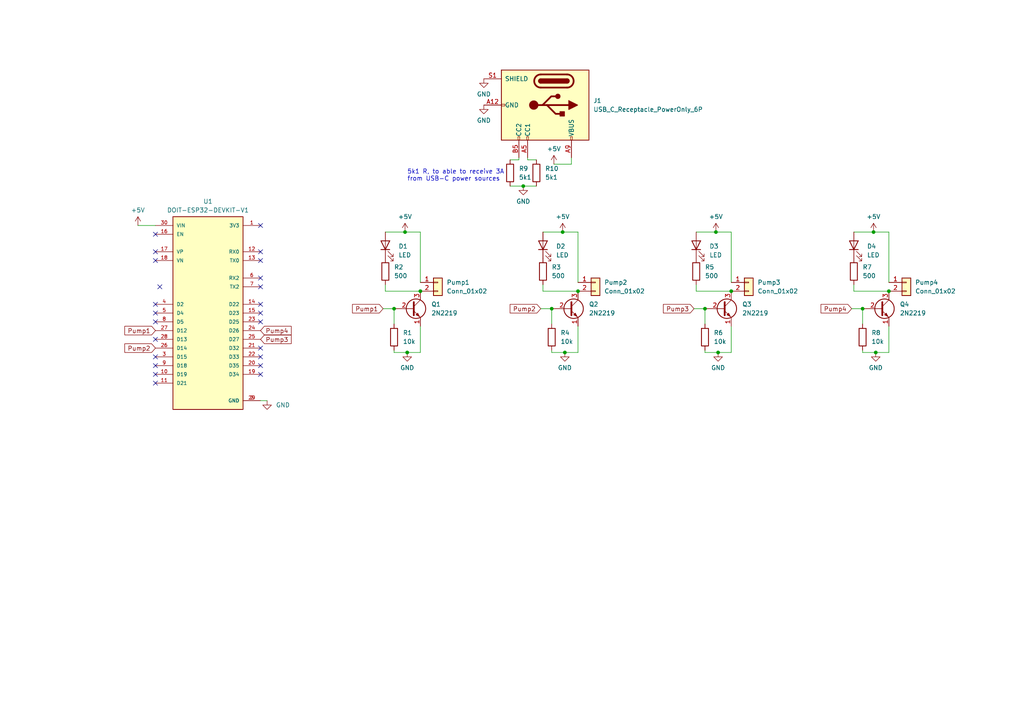
<source format=kicad_sch>
(kicad_sch (version 20230121) (generator eeschema)
  (paper "A4")
  (lib_symbols
    (symbol "Connector:USB_C_Receptacle_PowerOnly_6P" (pin_names (offset 1.016))
      (property "Reference" "J" (at 0 16.51 0))
      (property "Value" "USB_C_Receptacle_PowerOnly_6P" (at 0 13.97 0))
      (symbol "USB_C_Receptacle_PowerOnly_6P_0_0"
        (rectangle (start -0.254 -12.7) (end 0.254 -11.684))
        (rectangle (start 10.16 -7.366) (end 9.144 -7.874))
        (rectangle (start 10.16 -4.826) (end 9.144 -5.334))
        (rectangle (start 10.16 7.874) (end 9.144 7.366))
      )
      (symbol "USB_C_Receptacle_PowerOnly_6P_0_1"
        (rectangle (start -10.16 12.7) (end 10.16 -12.7) (stroke (width 0.254)) (fill (type background)))
        (arc (start -8.89 -1.27) (mid -6.985 -3.1667) (end -5.08 -1.27) (stroke (width 0.508)))
        (arc (start -7.62 -1.27) (mid -6.985 -1.9023) (end -6.35 -1.27) (stroke (width 0.254)))
        (arc (start -7.62 -1.27) (mid -6.985 -1.9023) (end -6.35 -1.27) (stroke (width 0.254)) (fill (type outline)))
        (rectangle (start -7.62 -1.27) (end -6.35 6.35) (stroke (width 0.254)) (fill (type outline)))
        (arc (start -6.35 6.35) (mid -6.985 6.9823) (end -7.62 6.35) (stroke (width 0.254)))
        (arc (start -6.35 6.35) (mid -6.985 6.9823) (end -7.62 6.35) (stroke (width 0.254)) (fill (type outline)))
        (arc (start -5.08 6.35) (mid -6.985 8.2467) (end -8.89 6.35) (stroke (width 0.508)))
        (circle (center -2.54 3.683) (radius 0.635) (stroke (width 0.254)) (fill (type outline)))
        (circle (center 0 -3.302) (radius 1.27) (fill (type outline)))
        (polyline (pts (xy -8.89 -1.27) (xy -8.89 6.35)) (stroke (width 0.508)))
        (polyline (pts (xy -5.08 6.35) (xy -5.08 -1.27)) (stroke (width 0.508)))
        (polyline (pts (xy 0 -3.302) (xy 0 6.858)) (stroke (width 0.508)))
        (polyline (pts (xy 0 -0.762) (xy -2.54 1.778) (xy -2.54 3.048)) (stroke (width 0.508)))
        (polyline (pts (xy 0 0.508) (xy 2.54 3.048) (xy 2.54 4.318)) (stroke (width 0.508)))
        (polyline (pts (xy -1.27 6.858) (xy 0 9.398) (xy 1.27 6.858) (xy -1.27 6.858)) (stroke (width 0.254)) (fill (type outline)))
        (rectangle (start 1.905 4.318) (end 3.175 5.588) (stroke (width 0.254)) (fill (type outline)))
      )
      (symbol "USB_C_Receptacle_PowerOnly_6P_1_1"
        (pin passive line (at 0 -17.78 90) (length 5.08) (name "GND") (number "A12"))
        (pin bidirectional line (at 15.24 -5.08 180) (length 5.08) (name "CC1") (number "A5"))
        (pin passive line (at 15.24 7.62 180) (length 5.08) (name "VBUS") (number "A9"))
        (pin passive line (at 0 -17.78 90) (length 5.08) hide (name "GND") (number "B12"))
        (pin bidirectional line (at 15.24 -7.62 180) (length 5.08) (name "CC2") (number "B5"))
        (pin passive line (at 15.24 7.62 180) (length 5.08) hide (name "VBUS") (number "B9"))
        (pin passive line (at -7.62 -17.78 90) (length 5.08) (name "SHIELD") (number "S1"))
      )
    )
    (symbol "Connector_Generic:Conn_01x02" (pin_names (offset 1.016) hide)
      (property "Reference" "J" (at 0 2.54 0))
      (property "Value" "Conn_01x02" (at 0 -5.08 0))
      (symbol "Conn_01x02_1_1"
        (rectangle (start -1.27 -2.413) (end 0 -2.667) (stroke (width 0.1524)))
        (rectangle (start -1.27 0.127) (end 0 -0.127) (stroke (width 0.1524)))
        (rectangle (start -1.27 1.27) (end 1.27 -3.81) (stroke (width 0.254)) (fill (type background)))
        (pin passive line (at -5.08 0 0) (length 3.81) (name "Pin_1") (number "1"))
        (pin passive line (at -5.08 -2.54 0) (length 3.81) (name "Pin_2") (number "2"))
      )
    )
    (symbol "Device:LED" (pin_numbers hide) (pin_names (offset 1.016) hide)
      (property "Reference" "D" (at 0 2.54 0))
      (property "Value" "LED" (at 0 -2.54 0))
      (symbol "LED_0_1"
        (polyline (pts (xy -1.27 -1.27) (xy -1.27 1.27)) (stroke (width 0.254)))
        (polyline (pts (xy -1.27 0) (xy 1.27 0)))
        (polyline (pts (xy 1.27 -1.27) (xy 1.27 1.27) (xy -1.27 0) (xy 1.27 -1.27)) (stroke (width 0.254)))
        (polyline (pts (xy -3.048 -0.762) (xy -4.572 -2.286) (xy -3.81 -2.286) (xy -4.572 -2.286) (xy -4.572 -1.524)))
        (polyline (pts (xy -1.778 -0.762) (xy -3.302 -2.286) (xy -2.54 -2.286) (xy -3.302 -2.286) (xy -3.302 -1.524)))
      )
      (symbol "LED_1_1"
        (pin passive line (at -3.81 0 0) (length 2.54) (name "K") (number "1"))
        (pin passive line (at 3.81 0 180) (length 2.54) (name "A") (number "2"))
      )
    )
    (symbol "Device:R" (pin_numbers hide) (pin_names (offset 0))
      (property "Reference" "R" (at 2.032 0 90))
      (property "Value" "R" (at 0 0 90))
      (symbol "R_0_1"
        (rectangle (start -1.016 -2.54) (end 1.016 2.54) (stroke (width 0.254)))
      )
      (symbol "R_1_1"
        (pin passive line (at 0 3.81 270) (length 1.27) (name "~") (number "1"))
        (pin passive line (at 0 -3.81 90) (length 1.27) (name "~") (number "2"))
      )
    )
    (symbol "ESP32-DEVKIT-V1:ESP32-DEVKIT-V1" (pin_names (offset 1.016))
      (property "Reference" "U" (at -10.16 30.48 0))
      (property "Value" "ESP32-DEVKIT-V1" (at -10.16 -30.48 0))
      (symbol "ESP32-DEVKIT-V1_0_0"
        (rectangle (start -10.16 -27.94) (end 10.16 27.94) (stroke (width 0.254)) (fill (type background)))
        (pin output line (at 15.24 25.4 180) (length 5.08) (name "3V3") (number "1"))
        (pin bidirectional line (at -15.24 -17.78 0) (length 5.08) (name "D19") (number "10"))
        (pin bidirectional line (at -15.24 -20.32 0) (length 5.08) (name "D21") (number "11"))
        (pin input line (at 15.24 17.78 180) (length 5.08) (name "RX0") (number "12"))
        (pin output line (at 15.24 15.24 180) (length 5.08) (name "TX0") (number "13"))
        (pin bidirectional line (at 15.24 2.54 180) (length 5.08) (name "D22") (number "14"))
        (pin bidirectional line (at 15.24 0 180) (length 5.08) (name "D23") (number "15"))
        (pin input line (at -15.24 22.86 0) (length 5.08) (name "EN") (number "16"))
        (pin bidirectional line (at -15.24 17.78 0) (length 5.08) (name "VP") (number "17"))
        (pin bidirectional line (at -15.24 15.24 0) (length 5.08) (name "VN") (number "18"))
        (pin bidirectional line (at 15.24 -17.78 180) (length 5.08) (name "D34") (number "19"))
        (pin power_in line (at 15.24 -25.4 180) (length 5.08) (name "GND") (number "2"))
        (pin bidirectional line (at 15.24 -15.24 180) (length 5.08) (name "D35") (number "20"))
        (pin bidirectional line (at 15.24 -10.16 180) (length 5.08) (name "D32") (number "21"))
        (pin bidirectional line (at 15.24 -12.7 180) (length 5.08) (name "D33") (number "22"))
        (pin bidirectional line (at 15.24 -2.54 180) (length 5.08) (name "D25") (number "23"))
        (pin bidirectional line (at 15.24 -5.08 180) (length 5.08) (name "D26") (number "24"))
        (pin bidirectional line (at 15.24 -7.62 180) (length 5.08) (name "D27") (number "25"))
        (pin bidirectional line (at -15.24 -10.16 0) (length 5.08) (name "D14") (number "26"))
        (pin bidirectional line (at -15.24 -5.08 0) (length 5.08) (name "D12") (number "27"))
        (pin bidirectional line (at -15.24 -7.62 0) (length 5.08) (name "D13") (number "28"))
        (pin power_in line (at 15.24 -25.4 180) (length 5.08) (name "GND") (number "29"))
        (pin bidirectional line (at -15.24 -12.7 0) (length 5.08) (name "D15") (number "3"))
        (pin input line (at -15.24 25.4 0) (length 5.08) (name "VIN") (number "30"))
        (pin bidirectional line (at -15.24 2.54 0) (length 5.08) (name "D2") (number "4"))
        (pin bidirectional line (at -15.24 0 0) (length 5.08) (name "D4") (number "5"))
        (pin input line (at 15.24 10.16 180) (length 5.08) (name "RX2") (number "6"))
        (pin output line (at 15.24 7.62 180) (length 5.08) (name "TX2") (number "7"))
        (pin bidirectional line (at -15.24 -2.54 0) (length 5.08) (name "D5") (number "8"))
        (pin bidirectional line (at -15.24 -15.24 0) (length 5.08) (name "D18") (number "9"))
      )
    )
    (symbol "Transistor_BJT:2N2219" (pin_names (offset 0) hide)
      (property "Reference" "Q" (at 5.08 1.905 0))
      (property "Value" "2N2219" (at 5.08 0 0))
      (symbol "2N2219_0_1"
        (polyline (pts (xy 0.635 0.635) (xy 2.54 2.54)))
        (polyline (pts (xy 0.635 -0.635) (xy 2.54 -2.54) (xy 2.54 -2.54)))
        (polyline (pts (xy 0.635 1.905) (xy 0.635 -1.905) (xy 0.635 -1.905)) (stroke (width 0.508)))
        (polyline (pts (xy 1.27 -1.778) (xy 1.778 -1.27) (xy 2.286 -2.286) (xy 1.27 -1.778) (xy 1.27 -1.778)) (fill (type outline)))
        (circle (center 1.27 0) (radius 2.8194) (stroke (width 0.254)))
      )
      (symbol "2N2219_1_1"
        (pin passive line (at 2.54 -5.08 90) (length 2.54) (name "E") (number "1"))
        (pin passive line (at -5.08 0 0) (length 5.715) (name "B") (number "2"))
        (pin passive line (at 2.54 5.08 270) (length 2.54) (name "C") (number "3"))
      )
    )
    (symbol "power:+5V" (power) (pin_names (offset 0))
      (property "Value" "+5V" (at 0 3.556 0))
      (symbol "+5V_0_1"
        (polyline (pts (xy -0.762 1.27) (xy 0 2.54)))
        (polyline (pts (xy 0 0) (xy 0 2.54)))
        (polyline (pts (xy 0 2.54) (xy 0.762 1.27)))
      )
      (symbol "+5V_1_1"
        (pin power_in line (at 0 0 90) (length 0) hide (name "+5V") (number "1"))
      )
    )
    (symbol "power:GND" (power) (pin_names (offset 0))
      (property "Value" "GND" (at 0 -3.81 0))
      (symbol "GND_0_1"
        (polyline (pts (xy 0 0) (xy 0 -1.27) (xy 1.27 -1.27) (xy 0 -2.54) (xy -1.27 -1.27) (xy 0 -1.27)))
      )
      (symbol "GND_1_1"
        (pin power_in line (at 0 0 270) (length 0) hide (name "GND") (number "1"))
      )
    )
  )
  (junction (at 207.645 67.31))
  (junction (at 254 102.235))
  (junction (at 253.365 67.31))
  (junction (at 117.475 67.31))
  (junction (at 160.02 89.535))
  (junction (at 151.765 53.975))
  (junction (at 121.92 84.455))
  (junction (at 118.11 102.235))
  (junction (at 212.09 84.455))
  (junction (at 167.64 84.455))
  (junction (at 257.81 84.455))
  (junction (at 250.19 89.535))
  (junction (at 204.47 89.535))
  (junction (at 163.195 67.31))
  (junction (at 208.28 102.235))
  (junction (at 114.3 89.535))
  (junction (at 163.83 102.235))
  (no_connect (at 45.085 73.025))
  (no_connect (at 45.085 93.345))
  (no_connect (at 75.565 103.505))
  (no_connect (at 45.085 88.265))
  (no_connect (at 45.085 106.045))
  (no_connect (at 45.085 67.945))
  (no_connect (at 75.565 75.565))
  (no_connect (at 75.565 90.805))
  (no_connect (at 45.085 111.125))
  (no_connect (at 75.565 80.645))
  (no_connect (at 45.085 103.505))
  (no_connect (at 75.565 108.585))
  (no_connect (at 45.085 98.425))
  (no_connect (at 45.085 108.585))
  (no_connect (at 75.565 83.185))
  (no_connect (at 75.565 65.405))
  (no_connect (at 46.355 83.185))
  (no_connect (at 75.565 100.965))
  (no_connect (at 45.085 75.565))
  (no_connect (at 75.565 106.045))
  (no_connect (at 75.565 73.025))
  (no_connect (at 75.565 88.265))
  (no_connect (at 45.085 90.805))
  (no_connect (at 75.565 93.345))
  (wire (pts (xy 77.47 116.205) (xy 75.565 116.205)))
  (wire (pts (xy 111.76 84.455) (xy 111.76 82.55)))
  (wire (pts (xy 167.64 67.31) (xy 167.64 81.915)))
  (wire (pts (xy 257.81 84.455) (xy 247.65 84.455)))
  (wire (pts (xy 204.47 93.98) (xy 204.47 89.535)))
  (wire (pts (xy 250.19 93.98) (xy 250.19 89.535)))
  (wire (pts (xy 257.81 102.235) (xy 257.81 94.615)))
  (wire (pts (xy 111.76 67.31) (xy 117.475 67.31)))
  (wire (pts (xy 147.955 46.355) (xy 150.495 46.355)))
  (wire (pts (xy 247.015 89.535) (xy 250.19 89.535)))
  (wire (pts (xy 121.92 102.235) (xy 121.92 94.615)))
  (wire (pts (xy 153.035 46.355) (xy 155.575 46.355)))
  (wire (pts (xy 212.09 102.235) (xy 212.09 94.615)))
  (wire (pts (xy 204.47 102.235) (xy 204.47 101.6)))
  (wire (pts (xy 114.3 102.235) (xy 118.11 102.235)))
  (wire (pts (xy 160.02 102.235) (xy 163.83 102.235)))
  (wire (pts (xy 201.93 84.455) (xy 201.93 82.55)))
  (wire (pts (xy 201.295 89.535) (xy 204.47 89.535)))
  (wire (pts (xy 247.65 84.455) (xy 247.65 82.55)))
  (wire (pts (xy 212.09 84.455) (xy 201.93 84.455)))
  (wire (pts (xy 117.475 67.31) (xy 121.92 67.31)))
  (wire (pts (xy 160.02 102.235) (xy 160.02 101.6)))
  (wire (pts (xy 121.92 67.31) (xy 121.92 81.915)))
  (wire (pts (xy 253.365 67.31) (xy 257.81 67.31)))
  (wire (pts (xy 212.09 102.235) (xy 208.28 102.235)))
  (wire (pts (xy 147.955 53.975) (xy 151.765 53.975)))
  (wire (pts (xy 160.02 93.98) (xy 160.02 89.535)))
  (wire (pts (xy 204.47 102.235) (xy 208.28 102.235)))
  (wire (pts (xy 167.64 102.235) (xy 167.64 94.615)))
  (wire (pts (xy 114.3 93.98) (xy 114.3 89.535)))
  (wire (pts (xy 165.735 47.625) (xy 160.655 47.625)))
  (wire (pts (xy 167.64 102.235) (xy 163.83 102.235)))
  (wire (pts (xy 121.92 102.235) (xy 118.11 102.235)))
  (wire (pts (xy 157.48 67.31) (xy 163.195 67.31)))
  (wire (pts (xy 250.19 102.235) (xy 250.19 101.6)))
  (wire (pts (xy 151.765 53.975) (xy 155.575 53.975)))
  (wire (pts (xy 201.93 67.31) (xy 207.645 67.31)))
  (wire (pts (xy 212.09 67.31) (xy 212.09 81.915)))
  (wire (pts (xy 257.81 67.31) (xy 257.81 81.915)))
  (wire (pts (xy 150.495 45.72) (xy 150.495 46.355)))
  (wire (pts (xy 207.645 67.31) (xy 212.09 67.31)))
  (wire (pts (xy 257.81 102.235) (xy 254 102.235)))
  (wire (pts (xy 163.195 67.31) (xy 167.64 67.31)))
  (wire (pts (xy 247.65 67.31) (xy 253.365 67.31)))
  (wire (pts (xy 40.005 65.405) (xy 45.085 65.405)))
  (wire (pts (xy 157.48 84.455) (xy 157.48 82.55)))
  (wire (pts (xy 121.92 84.455) (xy 111.76 84.455)))
  (wire (pts (xy 250.19 102.235) (xy 254 102.235)))
  (wire (pts (xy 156.845 89.535) (xy 160.02 89.535)))
  (wire (pts (xy 167.64 84.455) (xy 157.48 84.455)))
  (wire (pts (xy 153.035 45.72) (xy 153.035 46.355)))
  (wire (pts (xy 165.735 47.625) (xy 165.735 45.72)))
  (wire (pts (xy 111.125 89.535) (xy 114.3 89.535)))
  (wire (pts (xy 114.3 102.235) (xy 114.3 101.6)))
  (text "5k1 R, to able to receive 3A \nfrom USB-C power sources\n" (at 118.11 52.705 0) (effects (font (size 1.27 1.27)) (justify left bottom)))
  (global_label "Pump2" (shape input) (at 156.845 89.535 180) (property "Intersheetrefs" "${INTERSHEET_REFS}" (effects hide)))
  (global_label "Pump4" (shape input) (at 247.015 89.535 180) (property "Intersheetrefs" "${INTERSHEET_REFS}" (effects hide)))
  (global_label "Pump3" (shape input) (at 75.565 98.425 0) (property "Intersheetrefs" "${INTERSHEET_REFS}" (effects hide)))
  (global_label "Pump2" (shape input) (at 45.085 100.965 180) (property "Intersheetrefs" "${INTERSHEET_REFS}" (effects hide)))
  (global_label "Pump1" (shape input) (at 111.125 89.535 180) (property "Intersheetrefs" "${INTERSHEET_REFS}" (effects hide)))
  (global_label "Pump4" (shape input) (at 75.565 95.885 0) (property "Intersheetrefs" "${INTERSHEET_REFS}" (effects hide)))
  (global_label "Pump3" (shape input) (at 201.295 89.535 180) (property "Intersheetrefs" "${INTERSHEET_REFS}" (effects hide)))
  (global_label "Pump1" (shape input) (at 45.085 95.885 180) (property "Intersheetrefs" "${INTERSHEET_REFS}" (effects hide)))
  (symbol (lib_id "Device:R") (at 247.65 78.74 0) (unit 1)
    (property "Reference" "R7" (at 250.19 77.47 0) (effects (justify left)))
    (property "Value" "500" (at 250.19 80.01 0) (effects (justify left)))
    (property "Footprint" "Resistor_THT:R_Axial_DIN0204_L3.6mm_D1.6mm_P5.08mm_Horizontal" (effects hide))
  )
  (symbol (lib_id "Device:R") (at 147.955 50.165 0) (unit 1)
    (property "Reference" "R9" (at 150.495 48.895 0) (effects (justify left)))
    (property "Value" "5k1" (at 150.495 51.435 0) (effects (justify left)))
    (property "Footprint" "Resistor_THT:R_Axial_DIN0204_L3.6mm_D1.6mm_P5.08mm_Horizontal" (effects hide))
  )
  (symbol (lib_id "Device:R") (at 250.19 97.79 0) (unit 1)
    (property "Reference" "R8" (at 252.73 96.52 0) (effects (justify left)))
    (property "Value" "10k" (at 252.73 99.06 0) (effects (justify left)))
    (property "Footprint" "Resistor_THT:R_Axial_DIN0204_L3.6mm_D1.6mm_P5.08mm_Horizontal" (effects hide))
  )
  (symbol (lib_id "Device:LED") (at 247.65 71.12 90) (unit 1)
    (property "Reference" "D4" (at 251.46 71.4375 90) (effects (justify right)))
    (property "Value" "LED" (at 251.46 73.9775 90) (effects (justify right)))
    (property "Footprint" "LED_THT:LED_D5.0mm" (effects hide))
  )
  (symbol (lib_id "power:GND") (at 208.28 102.235 0) (unit 1)
    (property "Reference" "#PWR08" (effects hide))
    (property "Value" "GND" (at 208.28 106.68 0))
  )
  (symbol (lib_id "power:GND") (at 151.765 53.975 0) (unit 1)
    (property "Reference" "#PWR014" (effects hide))
    (property "Value" "GND" (at 151.765 58.42 0))
  )
  (symbol (lib_id "Device:LED") (at 157.48 71.12 90) (unit 1)
    (property "Reference" "D2" (at 161.29 71.4375 90) (effects (justify right)))
    (property "Value" "LED" (at 161.29 73.9775 90) (effects (justify right)))
    (property "Footprint" "LED_THT:LED_D5.0mm" (effects hide))
  )
  (symbol (lib_id "Transistor_BJT:2N2219") (at 119.38 89.535 0) (unit 1)
    (property "Reference" "Q1" (at 125.095 88.265 0) (effects (justify left)))
    (property "Value" "2N2219" (at 125.095 90.805 0) (effects (justify left)))
    (property "Footprint" "Package_TO_SOT_THT:TO-92_Inline_Wide" (effects hide))
    (property "Datasheet" "http://www.onsemi.com/pub_link/Collateral/2N2219-D.PDF" (effects hide))
  )
  (symbol (lib_id "Device:R") (at 157.48 78.74 0) (unit 1)
    (property "Reference" "R3" (at 160.02 77.47 0) (effects (justify left)))
    (property "Value" "500" (at 160.02 80.01 0) (effects (justify left)))
    (property "Footprint" "Resistor_THT:R_Axial_DIN0204_L3.6mm_D1.6mm_P5.08mm_Horizontal" (effects hide))
  )
  (symbol (lib_id "power:+5V") (at 253.365 67.31 0) (unit 1)
    (property "Reference" "#PWR09" (effects hide))
    (property "Value" "+5V" (at 253.365 62.865 0))
  )
  (symbol (lib_id "Connector_Generic:Conn_01x02") (at 217.17 81.915 0) (unit 1)
    (property "Reference" "Pump3" (at 219.71 81.915 0) (effects (justify left)))
    (property "Value" "Conn_01x02" (at 219.71 84.455 0) (effects (justify left)))
    (property "Footprint" "Connector_PinHeader_2.54mm:PinHeader_1x02_P2.54mm_Vertical" (effects hide))
  )
  (symbol (lib_id "Connector_Generic:Conn_01x02") (at 172.72 81.915 0) (unit 1)
    (property "Reference" "Pump2" (at 175.26 81.915 0) (effects (justify left)))
    (property "Value" "Conn_01x02" (at 175.26 84.455 0) (effects (justify left)))
    (property "Footprint" "Connector_PinHeader_2.54mm:PinHeader_1x02_P2.54mm_Vertical" (effects hide))
  )
  (symbol (lib_id "power:+5V") (at 163.195 67.31 0) (unit 1)
    (property "Reference" "#PWR03" (effects hide))
    (property "Value" "+5V" (at 163.195 62.865 0))
  )
  (symbol (lib_id "power:GND") (at 77.47 116.205 0) (unit 1)
    (property "Reference" "#PWR02" (effects hide))
    (property "Value" "GND" (at 80.01 117.475 0) (effects (justify left)))
  )
  (symbol (lib_id "Device:R") (at 204.47 97.79 0) (unit 1)
    (property "Reference" "R6" (at 207.01 96.52 0) (effects (justify left)))
    (property "Value" "10k" (at 207.01 99.06 0) (effects (justify left)))
    (property "Footprint" "Resistor_THT:R_Axial_DIN0204_L3.6mm_D1.6mm_P5.08mm_Horizontal" (effects hide))
  )
  (symbol (lib_id "Transistor_BJT:2N2219") (at 209.55 89.535 0) (unit 1)
    (property "Reference" "Q3" (at 215.265 88.265 0) (effects (justify left)))
    (property "Value" "2N2219" (at 215.265 90.805 0) (effects (justify left)))
    (property "Footprint" "Package_TO_SOT_THT:TO-92_Inline_Wide" (effects hide))
    (property "Datasheet" "http://www.onsemi.com/pub_link/Collateral/2N2219-D.PDF" (effects hide))
  )
  (symbol (lib_id "Device:R") (at 111.76 78.74 0) (unit 1)
    (property "Reference" "R2" (at 114.3 77.47 0) (effects (justify left)))
    (property "Value" "500" (at 114.3 80.01 0) (effects (justify left)))
    (property "Footprint" "Resistor_THT:R_Axial_DIN0204_L3.6mm_D1.6mm_P5.08mm_Horizontal" (effects hide))
  )
  (symbol (lib_id "power:+5V") (at 207.645 67.31 0) (unit 1)
    (property "Reference" "#PWR07" (effects hide))
    (property "Value" "+5V" (at 207.645 62.865 0))
  )
  (symbol (lib_id "Connector:USB_C_Receptacle_PowerOnly_6P") (at 158.115 30.48 270) (unit 1)
    (property "Reference" "J1" (at 172.085 29.21 90) (effects (justify left)))
    (property "Value" "USB_C_Receptacle_PowerOnly_6P" (at 172.085 31.75 90) (effects (justify left)))
    (property "Footprint" "Connector_USB:USB_C_Receptacle_G-Switch_GT-USB-7010ASV" (effects hide))
    (property "Datasheet" "https://www.usb.org/sites/default/files/documents/usb_type-c.zip" (effects hide))
  )
  (symbol (lib_id "Connector_Generic:Conn_01x02") (at 262.89 81.915 0) (unit 1)
    (property "Reference" "Pump4" (at 265.43 81.915 0) (effects (justify left)))
    (property "Value" "Conn_01x02" (at 265.43 84.455 0) (effects (justify left)))
    (property "Footprint" "Connector_PinHeader_2.54mm:PinHeader_1x02_P2.54mm_Vertical" (effects hide))
  )
  (symbol (lib_id "Device:R") (at 201.93 78.74 0) (unit 1)
    (property "Reference" "R5" (at 204.47 77.47 0) (effects (justify left)))
    (property "Value" "500" (at 204.47 80.01 0) (effects (justify left)))
    (property "Footprint" "Resistor_THT:R_Axial_DIN0204_L3.6mm_D1.6mm_P5.08mm_Horizontal" (effects hide))
  )
  (symbol (lib_id "Device:R") (at 114.3 97.79 0) (unit 1)
    (property "Reference" "R1" (at 116.84 96.52 0) (effects (justify left)))
    (property "Value" "10k" (at 116.84 99.06 0) (effects (justify left)))
    (property "Footprint" "Resistor_THT:R_Axial_DIN0204_L3.6mm_D1.6mm_P5.08mm_Horizontal" (effects hide))
  )
  (symbol (lib_id "power:GND") (at 163.83 102.235 0) (unit 1)
    (property "Reference" "#PWR06" (effects hide))
    (property "Value" "GND" (at 163.83 106.68 0))
  )
  (symbol (lib_id "Connector_Generic:Conn_01x02") (at 127 81.915 0) (unit 1)
    (property "Reference" "Pump1" (at 129.54 81.915 0) (effects (justify left)))
    (property "Value" "Conn_01x02" (at 129.54 84.455 0) (effects (justify left)))
    (property "Footprint" "Connector_PinHeader_2.54mm:PinHeader_1x02_P2.54mm_Vertical" (effects hide))
  )
  (symbol (lib_id "power:GND") (at 254 102.235 0) (unit 1)
    (property "Reference" "#PWR010" (effects hide))
    (property "Value" "GND" (at 254 106.68 0))
  )
  (symbol (lib_id "Device:R") (at 160.02 97.79 0) (unit 1)
    (property "Reference" "R4" (at 162.56 96.52 0) (effects (justify left)))
    (property "Value" "10k" (at 162.56 99.06 0) (effects (justify left)))
    (property "Footprint" "Resistor_THT:R_Axial_DIN0204_L3.6mm_D1.6mm_P5.08mm_Horizontal" (effects hide))
  )
  (symbol (lib_id "power:+5V") (at 40.005 65.405 0) (unit 1)
    (property "Reference" "#PWR01" (effects hide))
    (property "Value" "+5V" (at 40.005 60.96 0))
  )
  (symbol (lib_id "Transistor_BJT:2N2219") (at 165.1 89.535 0) (unit 1)
    (property "Reference" "Q2" (at 170.815 88.265 0) (effects (justify left)))
    (property "Value" "2N2219" (at 170.815 90.805 0) (effects (justify left)))
    (property "Footprint" "Package_TO_SOT_THT:TO-92_Inline_Wide" (effects hide))
    (property "Datasheet" "http://www.onsemi.com/pub_link/Collateral/2N2219-D.PDF" (effects hide))
  )
  (symbol (lib_id "power:GND") (at 140.335 30.48 0) (unit 1)
    (property "Reference" "#PWR012" (effects hide))
    (property "Value" "GND" (at 140.335 34.925 0))
  )
  (symbol (lib_id "Device:LED") (at 201.93 71.12 90) (unit 1)
    (property "Reference" "D3" (at 205.74 71.4375 90) (effects (justify right)))
    (property "Value" "LED" (at 205.74 73.9775 90) (effects (justify right)))
    (property "Footprint" "LED_THT:LED_D5.0mm" (effects hide))
  )
  (symbol (lib_id "power:+5V") (at 117.475 67.31 0) (unit 1)
    (property "Reference" "#PWR05" (effects hide))
    (property "Value" "+5V" (at 117.475 62.865 0))
  )
  (symbol (lib_id "power:+5V") (at 160.655 47.625 0) (unit 1)
    (property "Reference" "#PWR011" (effects hide))
    (property "Value" "+5V" (at 160.655 43.18 0))
  )
  (symbol (lib_id "power:GND") (at 140.335 22.86 0) (unit 1)
    (property "Reference" "#PWR013" (effects hide))
    (property "Value" "GND" (at 140.335 27.305 0))
  )
  (symbol (lib_id "power:GND") (at 118.11 102.235 0) (unit 1)
    (property "Reference" "#PWR04" (effects hide))
    (property "Value" "GND" (at 118.11 106.68 0))
  )
  (symbol (lib_id "Device:LED") (at 111.76 71.12 90) (unit 1)
    (property "Reference" "D1" (at 115.57 71.4375 90) (effects (justify right)))
    (property "Value" "LED" (at 115.57 73.9775 90) (effects (justify right)))
    (property "Footprint" "LED_THT:LED_D5.0mm" (effects hide))
  )
  (symbol (lib_id "ESP32-DEVKIT-V1:ESP32-DEVKIT-V1") (at 60.325 90.805 0) (unit 1)
    (property "Reference" "U1" (at 60.325 58.42 0))
    (property "Value" "DOIT-ESP32-DEVKIT-V1" (at 60.325 60.96 0))
    (property "Footprint" "ESP32-DEVKIT-V1:MODULE_ESP32_DEVKIT_V1" (effects hide))
    (property "MF" "Do it" (effects hide))
    (property "MAXIMUM_PACKAGE_HEIGHT" "6.8 mm" (effects hide))
    (property "Package" "None" (effects hide))
    (property "Price" "None" (effects hide))
    (property "Check_prices" "https://www.snapeda.com/parts/ESP32-DEVKIT-V1/Do+it/view-part/?ref=eda" (effects hide))
    (property "STANDARD" "Manufacturer Recommendations" (effects hide))
    (property "PARTREV" "N/A" (effects hide))
    (property "SnapEDA_Link" "https://www.snapeda.com/parts/ESP32-DEVKIT-V1/Do+it/view-part/?ref=snap" (effects hide))
    (property "MP" "ESP32-DEVKIT-V1" (effects hide))
    (property "Description" "\nDual core, Wi-Fi: 2.4 GHz up to 150 Mbits/s,BLE (Bluetooth Low Energy) and legacy Bluetooth, 32 bits, Up to 240 MHz\n" (effects hide))
    (property "Availability" "Not in stock" (effects hide))
    (property "MANUFACTURER" "DOIT" (effects hide))
  )
  (symbol (lib_id "Transistor_BJT:2N2219") (at 255.27 89.535 0) (unit 1)
    (property "Reference" "Q4" (at 260.985 88.265 0) (effects (justify left)))
    (property "Value" "2N2219" (at 260.985 90.805 0) (effects (justify left)))
    (property "Footprint" "Package_TO_SOT_THT:TO-92_Inline_Wide" (effects hide))
    (property "Datasheet" "http://www.onsemi.com/pub_link/Collateral/2N2219-D.PDF" (effects hide))
  )
  (symbol (lib_id "Device:R") (at 155.575 50.165 0) (unit 1)
    (property "Reference" "R10" (at 158.115 48.895 0) (effects (justify left)))
    (property "Value" "5k1" (at 158.115 51.435 0) (effects (justify left)))
    (property "Footprint" "Resistor_THT:R_Axial_DIN0204_L3.6mm_D1.6mm_P5.08mm_Horizontal" (effects hide))
  )
)
</source>
